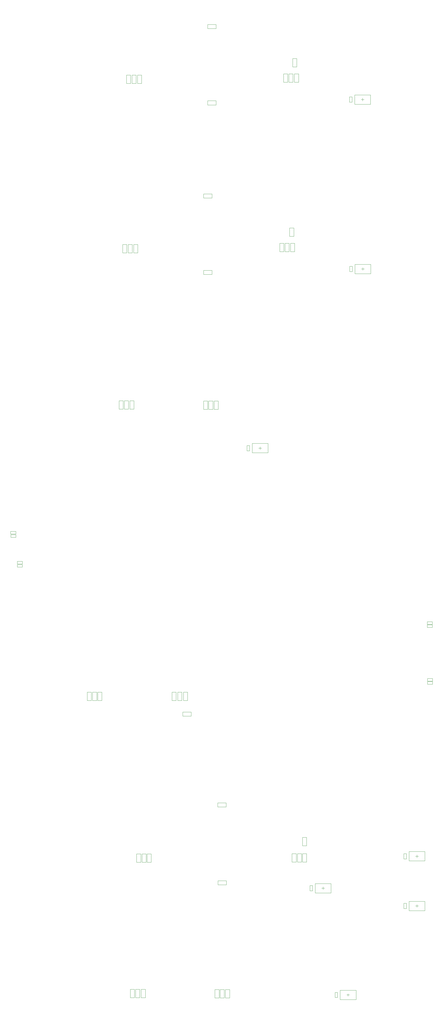
<source format=gbr>
%TF.GenerationSoftware,KiCad,Pcbnew,9.0.3*%
%TF.CreationDate,2025-09-16T14:08:45-04:00*%
%TF.ProjectId,11_CPU_PDU,31315f43-5055-45f5-9044-552e6b696361,rev?*%
%TF.SameCoordinates,Original*%
%TF.FileFunction,Other,User*%
%FSLAX46Y46*%
G04 Gerber Fmt 4.6, Leading zero omitted, Abs format (unit mm)*
G04 Created by KiCad (PCBNEW 9.0.3) date 2025-09-16 14:08:45*
%MOMM*%
%LPD*%
G01*
G04 APERTURE LIST*
%ADD10C,0.050000*%
%ADD11C,0.100000*%
G04 APERTURE END LIST*
D10*
%TO.C,C50*%
X284435001Y-166154999D02*
X284435001Y-169114999D01*
X284435001Y-169114999D02*
X285895001Y-169114999D01*
X285895001Y-166154999D02*
X284435001Y-166154999D01*
X285895001Y-169114999D02*
X285895001Y-166154999D01*
%TO.C,U17*%
X330917504Y-377655002D02*
X330917504Y-374355001D01*
D11*
X333717504Y-376505002D02*
X333717504Y-375505001D01*
X334217503Y-376005000D02*
X333217502Y-376005000D01*
D10*
X336517503Y-374355001D02*
X330917504Y-374355001D01*
X336517503Y-377655002D02*
X330917504Y-377655002D01*
X336517503Y-377655002D02*
X336517503Y-374355001D01*
%TO.C,C129*%
X329067501Y-375105000D02*
X329067501Y-376925000D01*
X329067501Y-376925000D02*
X329987501Y-376925000D01*
X329987501Y-375105000D02*
X329067501Y-375105000D01*
X329987501Y-376925000D02*
X329987501Y-375105000D01*
%TO.C,R112*%
X275255001Y-276069999D02*
X275255001Y-277529999D01*
X275255001Y-277529999D02*
X278215001Y-277529999D01*
X278215001Y-276069999D02*
X275255001Y-276069999D01*
X278215001Y-277529999D02*
X278215001Y-276069999D01*
%TO.C,C9*%
X257325001Y-51015000D02*
X257325001Y-53975000D01*
X257325001Y-53975000D02*
X258785001Y-53975000D01*
X258785001Y-51015000D02*
X257325001Y-51015000D01*
X258785001Y-53975000D02*
X258785001Y-51015000D01*
%TO.C,C20*%
X309525001Y-110445000D02*
X309525001Y-113405000D01*
X309525001Y-113405000D02*
X310985001Y-113405000D01*
X310985001Y-110445000D02*
X309525001Y-110445000D01*
X310985001Y-113405000D02*
X310985001Y-110445000D01*
%TO.C,C126*%
X353385001Y-326125000D02*
X353385001Y-327945000D01*
X353385001Y-327945000D02*
X354305001Y-327945000D01*
X354305001Y-326125000D02*
X353385001Y-326125000D01*
X354305001Y-327945000D02*
X354305001Y-326125000D01*
%TO.C,C84*%
X361685850Y-245269999D02*
X361685850Y-246189999D01*
X361685850Y-246189999D02*
X363505850Y-246189999D01*
X363505850Y-245269999D02*
X361685850Y-245269999D01*
X363505850Y-246189999D02*
X363505850Y-245269999D01*
%TO.C,C110*%
X214433200Y-213415000D02*
X214433200Y-214335000D01*
X214433200Y-214335000D02*
X216253200Y-214335000D01*
X216253200Y-213415000D02*
X214433200Y-213415000D01*
X216253200Y-214335000D02*
X216253200Y-213415000D01*
%TO.C,C32*%
X315805001Y-326104999D02*
X315805001Y-329064999D01*
X315805001Y-329064999D02*
X317265001Y-329064999D01*
X317265001Y-326104999D02*
X315805001Y-326104999D01*
X317265001Y-329064999D02*
X317265001Y-326104999D01*
%TO.C,C123*%
X334185001Y-58755000D02*
X334185001Y-60575000D01*
X334185001Y-60575000D02*
X335105001Y-60575000D01*
X335105001Y-58755000D02*
X334185001Y-58755000D01*
X335105001Y-60575000D02*
X335105001Y-58755000D01*
%TO.C,C95*%
X361760000Y-264219999D02*
X361760000Y-265139999D01*
X361760000Y-265139999D02*
X363580000Y-265139999D01*
X363580000Y-264219999D02*
X361760000Y-264219999D01*
X363580000Y-265139999D02*
X363580000Y-264219999D01*
%TO.C,C59*%
X290355001Y-374110000D02*
X290355001Y-377070000D01*
X290355001Y-377070000D02*
X291815001Y-377070000D01*
X291815001Y-374110000D02*
X290355001Y-374110000D01*
X291815001Y-377070000D02*
X291815001Y-374110000D01*
%TO.C,C6*%
X312775001Y-50585000D02*
X312775001Y-53545000D01*
X312775001Y-53545000D02*
X314235001Y-53545000D01*
X314235001Y-50585000D02*
X312775001Y-50585000D01*
X314235001Y-53545000D02*
X314235001Y-50585000D01*
%TO.C,U16*%
X299800003Y-184470002D02*
X299800003Y-181170001D01*
D11*
X302600003Y-183320002D02*
X302600003Y-182320001D01*
X303100002Y-182820000D02*
X302100001Y-182820000D01*
D10*
X305400002Y-181170001D02*
X299800003Y-181170001D01*
X305400002Y-184470002D02*
X299800003Y-184470002D01*
X305400002Y-184470002D02*
X305400002Y-181170001D01*
%TO.C,C10*%
X255335001Y-51015000D02*
X255335001Y-53975000D01*
X255335001Y-53975000D02*
X256795001Y-53975000D01*
X256795001Y-51015000D02*
X255335001Y-51015000D01*
X256795001Y-53975000D02*
X256795001Y-51015000D01*
%TO.C,C125*%
X320245001Y-337395000D02*
X320245001Y-339215000D01*
X320245001Y-339215000D02*
X321165001Y-339215000D01*
X321165001Y-337395000D02*
X320245001Y-337395000D01*
X321165001Y-339215000D02*
X321165001Y-337395000D01*
%TO.C,C54*%
X256552501Y-166075000D02*
X256552501Y-169035000D01*
X256552501Y-169035000D02*
X258012501Y-169035000D01*
X258012501Y-166075000D02*
X256552501Y-166075000D01*
X258012501Y-169035000D02*
X258012501Y-166075000D01*
%TO.C,C19*%
X311405001Y-110455000D02*
X311405001Y-113415000D01*
X311405001Y-113415000D02*
X312865001Y-113415000D01*
X312865001Y-110455000D02*
X311405001Y-110455000D01*
X312865001Y-113415000D02*
X312865001Y-110455000D01*
%TO.C,C116*%
X273475001Y-268999999D02*
X273475001Y-271959999D01*
X273475001Y-271959999D02*
X274935001Y-271959999D01*
X274935001Y-268999999D02*
X273475001Y-268999999D01*
X274935001Y-271959999D02*
X274935001Y-268999999D01*
%TO.C,C49*%
X286345001Y-166174999D02*
X286345001Y-169134999D01*
X286345001Y-169134999D02*
X287805001Y-169134999D01*
X287805001Y-166174999D02*
X286345001Y-166174999D01*
X287805001Y-169134999D02*
X287805001Y-166174999D01*
%TO.C,C119*%
X241475001Y-269039999D02*
X241475001Y-271999999D01*
X241475001Y-271999999D02*
X242935001Y-271999999D01*
X242935001Y-269039999D02*
X241475001Y-269039999D01*
X242935001Y-271999999D02*
X242935001Y-269039999D01*
%TO.C,U14*%
X355235004Y-328675002D02*
X355235004Y-325375001D01*
D11*
X358035004Y-327525002D02*
X358035004Y-326525001D01*
X358535003Y-327025000D02*
X357535002Y-327025000D01*
D10*
X360835003Y-325375001D02*
X355235004Y-325375001D01*
X360835003Y-328675002D02*
X355235004Y-328675002D01*
X360835003Y-328675002D02*
X360835003Y-325375001D01*
%TO.C,C34*%
X262635001Y-326184999D02*
X262635001Y-329144999D01*
X262635001Y-329144999D02*
X264095001Y-329144999D01*
X264095001Y-326184999D02*
X262635001Y-326184999D01*
X264095001Y-329144999D02*
X264095001Y-326184999D01*
%TO.C,C124*%
X334295001Y-118615000D02*
X334295001Y-120435000D01*
X334295001Y-120435000D02*
X335215001Y-120435000D01*
X335215001Y-118615000D02*
X334295001Y-118615000D01*
X335215001Y-120435000D02*
X335215001Y-118615000D01*
%TO.C,U13*%
X322095004Y-339945002D02*
X322095004Y-336645001D01*
D11*
X324895004Y-338795002D02*
X324895004Y-337795001D01*
X325395003Y-338295000D02*
X324395002Y-338295000D01*
D10*
X327695003Y-336645001D02*
X322095004Y-336645001D01*
X327695003Y-339945002D02*
X322095004Y-339945002D01*
X327695003Y-339945002D02*
X327695003Y-336645001D01*
%TO.C,C7*%
X310895001Y-50575000D02*
X310895001Y-53535000D01*
X310895001Y-53535000D02*
X312355001Y-53535000D01*
X312355001Y-50575000D02*
X310895001Y-50575000D01*
X312355001Y-53535000D02*
X312355001Y-50575000D01*
%TO.C,C121*%
X216733200Y-223955000D02*
X216733200Y-224875000D01*
X216733200Y-224875000D02*
X218553200Y-224875000D01*
X218553200Y-223955000D02*
X216733200Y-223955000D01*
X218553200Y-224875000D02*
X218553200Y-223955000D01*
%TO.C,U11*%
X336035004Y-61305002D02*
X336035004Y-58005001D01*
D11*
X338835004Y-60155002D02*
X338835004Y-59155001D01*
X339335003Y-59655000D02*
X338335002Y-59655000D01*
D10*
X341635003Y-58005001D02*
X336035004Y-58005001D01*
X341635003Y-61305002D02*
X336035004Y-61305002D01*
X341635003Y-61305002D02*
X341635003Y-58005001D01*
%TO.C,U12*%
X336145004Y-121165002D02*
X336145004Y-117865001D01*
D11*
X338945004Y-120015002D02*
X338945004Y-119015001D01*
X339445003Y-119515000D02*
X338445002Y-119515000D01*
D10*
X341745003Y-117865001D02*
X336145004Y-117865001D01*
X341745003Y-121165002D02*
X336145004Y-121165002D01*
X341745003Y-121165002D02*
X341745003Y-117865001D01*
%TO.C,C26*%
X313055001Y-104995000D02*
X313055001Y-107955000D01*
X313055001Y-107955000D02*
X314515001Y-107955000D01*
X314515001Y-104995000D02*
X313055001Y-104995000D01*
X314515001Y-107955000D02*
X314515001Y-104995000D01*
%TO.C,C35*%
X260825001Y-326184999D02*
X260825001Y-329144999D01*
X260825001Y-329144999D02*
X262285001Y-329144999D01*
X262285001Y-326184999D02*
X260825001Y-326184999D01*
X262285001Y-329144999D02*
X262285001Y-326184999D01*
%TO.C,C53*%
X254575001Y-166085000D02*
X254575001Y-169045000D01*
X254575001Y-169045000D02*
X256035001Y-169045000D01*
X256035001Y-166085000D02*
X254575001Y-166085000D01*
X256035001Y-169045000D02*
X256035001Y-166085000D01*
%TO.C,U15*%
X355237504Y-346215002D02*
X355237504Y-342915001D01*
D11*
X358037504Y-345065002D02*
X358037504Y-344065001D01*
X358537503Y-344565000D02*
X357537502Y-344565000D01*
D10*
X360837503Y-342915001D02*
X355237504Y-342915001D01*
X360837503Y-346215002D02*
X355237504Y-346215002D01*
X360837503Y-346215002D02*
X360837503Y-342915001D01*
%TO.C,C60*%
X288445001Y-374090000D02*
X288445001Y-377050000D01*
X288445001Y-377050000D02*
X289905001Y-377050000D01*
X289905001Y-374090000D02*
X288445001Y-374090000D01*
X289905001Y-377050000D02*
X289905001Y-374090000D01*
%TO.C,C64*%
X260562501Y-374010000D02*
X260562501Y-376970000D01*
X260562501Y-376970000D02*
X262022501Y-376970000D01*
X262022501Y-374010000D02*
X260562501Y-374010000D01*
X262022501Y-376970000D02*
X262022501Y-374010000D01*
%TO.C,C23*%
X253965001Y-110885000D02*
X253965001Y-113845000D01*
X253965001Y-113845000D02*
X255425001Y-113845000D01*
X255425001Y-110885000D02*
X253965001Y-110885000D01*
X255425001Y-113845000D02*
X255425001Y-110885000D01*
%TO.C,C109*%
X214413200Y-212245000D02*
X214413200Y-213165000D01*
X214413200Y-213165000D02*
X216233200Y-213165000D01*
X216233200Y-212245000D02*
X214413200Y-212245000D01*
X216233200Y-213165000D02*
X216233200Y-212245000D01*
%TO.C,C128*%
X297950000Y-181920000D02*
X297950000Y-183740000D01*
X297950000Y-183740000D02*
X298870000Y-183740000D01*
X298870000Y-181920000D02*
X297950000Y-181920000D01*
X298870000Y-183740000D02*
X298870000Y-181920000D01*
%TO.C,C14*%
X282665001Y-119985000D02*
X282665001Y-121445000D01*
X282665001Y-121445000D02*
X285625001Y-121445000D01*
X285625001Y-119985000D02*
X282665001Y-119985000D01*
X285625001Y-121445000D02*
X285625001Y-119985000D01*
%TO.C,C8*%
X259275001Y-51005000D02*
X259275001Y-53965000D01*
X259275001Y-53965000D02*
X260735001Y-53965000D01*
X260735001Y-51005000D02*
X259275001Y-51005000D01*
X260735001Y-53965000D02*
X260735001Y-51005000D01*
%TO.C,C25*%
X282665001Y-93005000D02*
X282665001Y-94465000D01*
X282665001Y-94465000D02*
X285625001Y-94465000D01*
X285625001Y-93005000D02*
X282665001Y-93005000D01*
X285625001Y-94465000D02*
X285625001Y-93005000D01*
%TO.C,C18*%
X313375001Y-110475000D02*
X313375001Y-113435000D01*
X313375001Y-113435000D02*
X314835001Y-113435000D01*
X314835001Y-110475000D02*
X313375001Y-110475000D01*
X314835001Y-113435000D02*
X314835001Y-110475000D01*
%TO.C,C94*%
X361760000Y-265319999D02*
X361760000Y-266239999D01*
X361760000Y-266239999D02*
X363580000Y-266239999D01*
X363580000Y-265319999D02*
X361760000Y-265319999D01*
X363580000Y-266239999D02*
X363580000Y-265319999D01*
%TO.C,C39*%
X317605001Y-320344999D02*
X317605001Y-323304999D01*
X317605001Y-323304999D02*
X319065001Y-323304999D01*
X319065001Y-320344999D02*
X317605001Y-320344999D01*
X319065001Y-323304999D02*
X319065001Y-320344999D01*
%TO.C,C117*%
X245185001Y-269019999D02*
X245185001Y-271979999D01*
X245185001Y-271979999D02*
X246645001Y-271979999D01*
X246645001Y-269019999D02*
X245185001Y-269019999D01*
X246645001Y-271979999D02*
X246645001Y-269019999D01*
%TO.C,C85*%
X361685850Y-244169999D02*
X361685850Y-245089999D01*
X361685850Y-245089999D02*
X363505850Y-245089999D01*
X363505850Y-244169999D02*
X361685850Y-244169999D01*
X363505850Y-245089999D02*
X363505850Y-244169999D01*
%TO.C,C38*%
X287635001Y-308114999D02*
X287635001Y-309574999D01*
X287635001Y-309574999D02*
X290595001Y-309574999D01*
X290595001Y-308114999D02*
X287635001Y-308114999D01*
X290595001Y-309574999D02*
X290595001Y-308114999D01*
%TO.C,C5*%
X314745001Y-50605000D02*
X314745001Y-53565000D01*
X314745001Y-53565000D02*
X316205001Y-53565000D01*
X316205001Y-50605000D02*
X314745001Y-50605000D01*
X316205001Y-53565000D02*
X316205001Y-50605000D01*
%TO.C,C62*%
X256735001Y-374010000D02*
X256735001Y-376970000D01*
X256735001Y-376970000D02*
X258195001Y-376970000D01*
X258195001Y-374010000D02*
X256735001Y-374010000D01*
X258195001Y-376970000D02*
X258195001Y-374010000D01*
%TO.C,C118*%
X243365001Y-269019999D02*
X243365001Y-271979999D01*
X243365001Y-271979999D02*
X244825001Y-271979999D01*
X244825001Y-269019999D02*
X243365001Y-269019999D01*
X244825001Y-271979999D02*
X244825001Y-269019999D01*
%TO.C,C51*%
X282625001Y-166164999D02*
X282625001Y-169124999D01*
X282625001Y-169124999D02*
X284085001Y-169124999D01*
X284085001Y-166164999D02*
X282625001Y-166164999D01*
X284085001Y-169124999D02*
X284085001Y-166164999D01*
%TO.C,C122*%
X216723200Y-222835000D02*
X216723200Y-223755000D01*
X216723200Y-223755000D02*
X218543200Y-223755000D01*
X218543200Y-222835000D02*
X216723200Y-222835000D01*
X218543200Y-223755000D02*
X218543200Y-222835000D01*
%TO.C,C12*%
X284035001Y-33135000D02*
X284035001Y-34595000D01*
X284035001Y-34595000D02*
X286995001Y-34595000D01*
X286995001Y-33135000D02*
X284035001Y-33135000D01*
X286995001Y-34595000D02*
X286995001Y-33135000D01*
%TO.C,C22*%
X255955001Y-110885000D02*
X255955001Y-113845000D01*
X255955001Y-113845000D02*
X257415001Y-113845000D01*
X257415001Y-110885000D02*
X255955001Y-110885000D01*
X257415001Y-113845000D02*
X257415001Y-110885000D01*
%TO.C,C33*%
X313905001Y-326109999D02*
X313905001Y-329069999D01*
X313905001Y-329069999D02*
X315365001Y-329069999D01*
X315365001Y-326109999D02*
X313905001Y-326109999D01*
X315365001Y-329069999D02*
X315365001Y-326109999D01*
%TO.C,C114*%
X271465001Y-268999999D02*
X271465001Y-271959999D01*
X271465001Y-271959999D02*
X272925001Y-271959999D01*
X272925001Y-268999999D02*
X271465001Y-268999999D01*
X272925001Y-271959999D02*
X272925001Y-268999999D01*
%TO.C,C21*%
X257905001Y-110875000D02*
X257905001Y-113835000D01*
X257905001Y-113835000D02*
X259365001Y-113835000D01*
X259365001Y-110875000D02*
X257905001Y-110875000D01*
X259365001Y-113835000D02*
X259365001Y-110875000D01*
%TO.C,C1*%
X284035001Y-60115000D02*
X284035001Y-61575000D01*
X284035001Y-61575000D02*
X286995001Y-61575000D01*
X286995001Y-60115000D02*
X284035001Y-60115000D01*
X286995001Y-61575000D02*
X286995001Y-60115000D01*
%TO.C,C13*%
X314115001Y-45155000D02*
X314115001Y-48115000D01*
X314115001Y-48115000D02*
X315575001Y-48115000D01*
X315575001Y-45155000D02*
X314115001Y-45155000D01*
X315575001Y-48115000D02*
X315575001Y-45155000D01*
%TO.C,C115*%
X275525001Y-269009999D02*
X275525001Y-271969999D01*
X275525001Y-271969999D02*
X276985001Y-271969999D01*
X276985001Y-269009999D02*
X275525001Y-269009999D01*
X276985001Y-271969999D02*
X276985001Y-269009999D01*
%TO.C,C36*%
X258955001Y-326184999D02*
X258955001Y-329144999D01*
X258955001Y-329144999D02*
X260415001Y-329144999D01*
X260415001Y-326184999D02*
X258955001Y-326184999D01*
X260415001Y-329144999D02*
X260415001Y-326184999D01*
%TO.C,C31*%
X317595001Y-326104999D02*
X317595001Y-329064999D01*
X317595001Y-329064999D02*
X319055001Y-329064999D01*
X319055001Y-326104999D02*
X317595001Y-326104999D01*
X319055001Y-329064999D02*
X319055001Y-326104999D01*
%TO.C,C63*%
X258585001Y-374020000D02*
X258585001Y-376980000D01*
X258585001Y-376980000D02*
X260045001Y-376980000D01*
X260045001Y-374020000D02*
X258585001Y-374020000D01*
X260045001Y-376980000D02*
X260045001Y-374020000D01*
%TO.C,C52*%
X252725001Y-166075000D02*
X252725001Y-169035000D01*
X252725001Y-169035000D02*
X254185001Y-169035000D01*
X254185001Y-166075000D02*
X252725001Y-166075000D01*
X254185001Y-169035000D02*
X254185001Y-166075000D01*
%TO.C,C61*%
X286635001Y-374100000D02*
X286635001Y-377060000D01*
X286635001Y-377060000D02*
X288095001Y-377060000D01*
X288095001Y-374100000D02*
X286635001Y-374100000D01*
X288095001Y-377060000D02*
X288095001Y-374100000D01*
%TO.C,C127*%
X353387501Y-343665000D02*
X353387501Y-345485000D01*
X353387501Y-345485000D02*
X354307501Y-345485000D01*
X354307501Y-343665000D02*
X353387501Y-343665000D01*
X354307501Y-345485000D02*
X354307501Y-343665000D01*
%TO.C,C27*%
X287665001Y-335684999D02*
X287665001Y-337144999D01*
X287665001Y-337144999D02*
X290625001Y-337144999D01*
X290625001Y-335684999D02*
X287665001Y-335684999D01*
X290625001Y-337144999D02*
X290625001Y-335684999D01*
%TD*%
M02*

</source>
